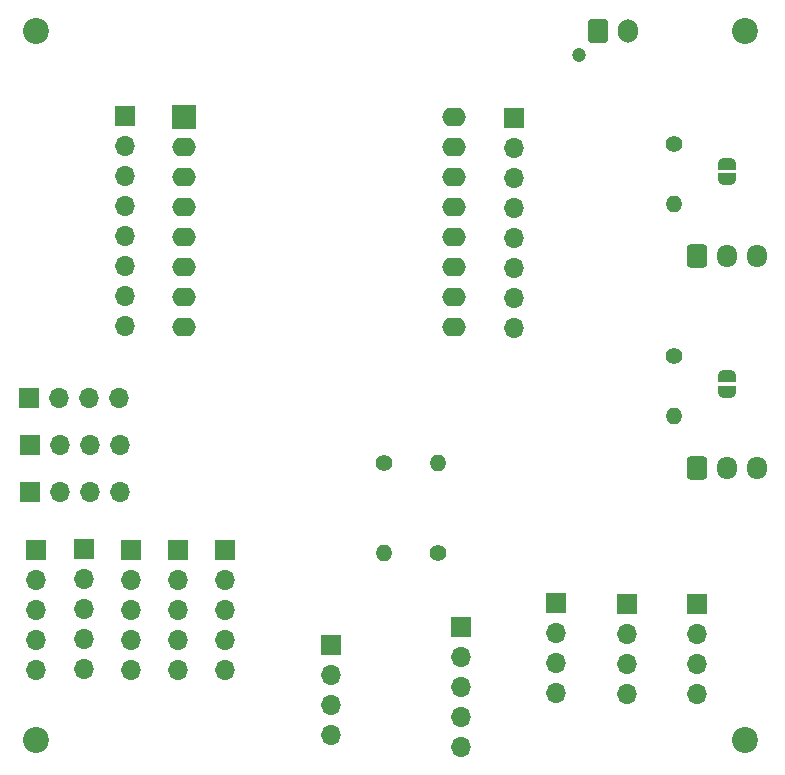
<source format=gbr>
%TF.GenerationSoftware,KiCad,Pcbnew,8.0.5*%
%TF.CreationDate,2024-10-07T23:19:43+02:00*%
%TF.ProjectId,D1 Breadboard,44312042-7265-4616-9462-6f6172642e6b,rev?*%
%TF.SameCoordinates,Original*%
%TF.FileFunction,Soldermask,Top*%
%TF.FilePolarity,Negative*%
%FSLAX46Y46*%
G04 Gerber Fmt 4.6, Leading zero omitted, Abs format (unit mm)*
G04 Created by KiCad (PCBNEW 8.0.5) date 2024-10-07 23:19:43*
%MOMM*%
%LPD*%
G01*
G04 APERTURE LIST*
G04 Aperture macros list*
%AMRoundRect*
0 Rectangle with rounded corners*
0 $1 Rounding radius*
0 $2 $3 $4 $5 $6 $7 $8 $9 X,Y pos of 4 corners*
0 Add a 4 corners polygon primitive as box body*
4,1,4,$2,$3,$4,$5,$6,$7,$8,$9,$2,$3,0*
0 Add four circle primitives for the rounded corners*
1,1,$1+$1,$2,$3*
1,1,$1+$1,$4,$5*
1,1,$1+$1,$6,$7*
1,1,$1+$1,$8,$9*
0 Add four rect primitives between the rounded corners*
20,1,$1+$1,$2,$3,$4,$5,0*
20,1,$1+$1,$4,$5,$6,$7,0*
20,1,$1+$1,$6,$7,$8,$9,0*
20,1,$1+$1,$8,$9,$2,$3,0*%
%AMFreePoly0*
4,1,19,0.500000,-0.750000,0.000000,-0.750000,0.000000,-0.744911,-0.071157,-0.744911,-0.207708,-0.704816,-0.327430,-0.627875,-0.420627,-0.520320,-0.479746,-0.390866,-0.500000,-0.250000,-0.500000,0.250000,-0.479746,0.390866,-0.420627,0.520320,-0.327430,0.627875,-0.207708,0.704816,-0.071157,0.744911,0.000000,0.744911,0.000000,0.750000,0.500000,0.750000,0.500000,-0.750000,0.500000,-0.750000,
$1*%
%AMFreePoly1*
4,1,19,0.000000,0.744911,0.071157,0.744911,0.207708,0.704816,0.327430,0.627875,0.420627,0.520320,0.479746,0.390866,0.500000,0.250000,0.500000,-0.250000,0.479746,-0.390866,0.420627,-0.520320,0.327430,-0.627875,0.207708,-0.704816,0.071157,-0.744911,0.000000,-0.744911,0.000000,-0.750000,-0.500000,-0.750000,-0.500000,0.750000,0.000000,0.750000,0.000000,0.744911,0.000000,0.744911,
$1*%
G04 Aperture macros list end*
%ADD10C,1.200000*%
%ADD11RoundRect,0.250000X-0.600000X-0.750000X0.600000X-0.750000X0.600000X0.750000X-0.600000X0.750000X0*%
%ADD12O,1.700000X2.000000*%
%ADD13R,1.700000X1.700000*%
%ADD14O,1.700000X1.700000*%
%ADD15FreePoly0,270.000000*%
%ADD16FreePoly1,270.000000*%
%ADD17C,2.200000*%
%ADD18R,2.000000X2.000000*%
%ADD19O,2.000000X1.600000*%
%ADD20C,1.400000*%
%ADD21O,1.400000X1.400000*%
%ADD22RoundRect,0.250000X-0.600000X-0.725000X0.600000X-0.725000X0.600000X0.725000X-0.600000X0.725000X0*%
%ADD23O,1.700000X1.950000*%
G04 APERTURE END LIST*
D10*
%TO.C,J18*%
X63000000Y-19000000D03*
D11*
X64600000Y-17000000D03*
D12*
X67100000Y-17000000D03*
%TD*%
D13*
%TO.C,J11*%
X53000000Y-67380000D03*
D14*
X53000000Y-69920000D03*
X53000000Y-72460000D03*
X53000000Y-75000000D03*
X53000000Y-77540000D03*
%TD*%
D15*
%TO.C,JP2*%
X75500000Y-28225000D03*
D16*
X75500000Y-29525000D03*
%TD*%
D13*
%TO.C,J14*%
X42000000Y-68920000D03*
D14*
X42000000Y-71460000D03*
X42000000Y-74000000D03*
X42000000Y-76540000D03*
%TD*%
D17*
%TO.C,REF\u002A\u002A*%
X17000000Y-17000000D03*
%TD*%
%TO.C,REF\u002A\u002A*%
X77000000Y-77000000D03*
%TD*%
D13*
%TO.C,J3*%
X16460000Y-52000000D03*
D14*
X19000000Y-52000000D03*
X21540000Y-52000000D03*
X24080000Y-52000000D03*
%TD*%
D15*
%TO.C,JP1*%
X75500000Y-46200000D03*
D16*
X75500000Y-47500000D03*
%TD*%
D13*
%TO.C,J7*%
X16380000Y-48000000D03*
D14*
X18920000Y-48000000D03*
X21460000Y-48000000D03*
X24000000Y-48000000D03*
%TD*%
D18*
%TO.C,U1*%
X29500000Y-24220000D03*
D19*
X29500000Y-26760000D03*
X29500000Y-29300000D03*
X29500000Y-31840000D03*
X29500000Y-34380000D03*
X29500000Y-36920000D03*
X29500000Y-39460000D03*
X29500000Y-42000000D03*
X52360000Y-42000000D03*
X52360000Y-39460000D03*
X52360000Y-36920000D03*
X52360000Y-34380000D03*
X52360000Y-31840000D03*
X52360000Y-29300000D03*
X52360000Y-26760000D03*
X52360000Y-24220000D03*
%TD*%
D20*
%TO.C,R4*%
X71000000Y-26525000D03*
D21*
X71000000Y-31605000D03*
%TD*%
D20*
%TO.C,R3*%
X71000000Y-44500000D03*
D21*
X71000000Y-49580000D03*
%TD*%
D13*
%TO.C,J4*%
X33035000Y-60885000D03*
D14*
X33035000Y-63425000D03*
X33035000Y-65965000D03*
X33035000Y-68505000D03*
X33035000Y-71045000D03*
%TD*%
D20*
%TO.C,R1*%
X46500000Y-53500000D03*
D21*
X46500000Y-61120000D03*
%TD*%
D13*
%TO.C,J8*%
X24500000Y-24125000D03*
D14*
X24500000Y-26665000D03*
X24500000Y-29205000D03*
X24500000Y-31745000D03*
X24500000Y-34285000D03*
X24500000Y-36825000D03*
X24500000Y-39365000D03*
X24500000Y-41905000D03*
%TD*%
%TO.C,J16*%
X67000000Y-73080000D03*
X67000000Y-70540000D03*
X67000000Y-68000000D03*
D13*
X67000000Y-65460000D03*
%TD*%
%TO.C,J9*%
X57500000Y-24340000D03*
D14*
X57500000Y-26880000D03*
X57500000Y-29420000D03*
X57500000Y-31960000D03*
X57500000Y-34500000D03*
X57500000Y-37040000D03*
X57500000Y-39580000D03*
X57500000Y-42120000D03*
%TD*%
%TO.C,J15*%
X61000000Y-73000000D03*
X61000000Y-70460000D03*
X61000000Y-67920000D03*
D13*
X61000000Y-65380000D03*
%TD*%
D14*
%TO.C,J10*%
X24080000Y-56000000D03*
X21540000Y-56000000D03*
X19000000Y-56000000D03*
D13*
X16460000Y-56000000D03*
%TD*%
D20*
%TO.C,R2*%
X51000000Y-61120000D03*
D21*
X51000000Y-53500000D03*
%TD*%
D17*
%TO.C,REF\u002A\u002A*%
X77000000Y-17000000D03*
%TD*%
D14*
%TO.C,J17*%
X73000000Y-73080000D03*
X73000000Y-70540000D03*
X73000000Y-68000000D03*
D13*
X73000000Y-65460000D03*
%TD*%
%TO.C,J1*%
X17035000Y-60920000D03*
D14*
X17035000Y-63460000D03*
X17035000Y-66000000D03*
X17035000Y-68540000D03*
X17035000Y-71080000D03*
%TD*%
D13*
%TO.C,J5*%
X21035000Y-60840000D03*
D14*
X21035000Y-63380000D03*
X21035000Y-65920000D03*
X21035000Y-68460000D03*
X21035000Y-71000000D03*
%TD*%
D13*
%TO.C,J6*%
X25035000Y-60920000D03*
D14*
X25035000Y-63460000D03*
X25035000Y-66000000D03*
X25035000Y-68540000D03*
X25035000Y-71080000D03*
%TD*%
D17*
%TO.C,REF\u002A\u002A*%
X17000000Y-77000000D03*
%TD*%
D22*
%TO.C,J13*%
X73000000Y-36000000D03*
D23*
X75500000Y-36000000D03*
X78000000Y-36000000D03*
%TD*%
D22*
%TO.C,J12*%
X73000000Y-54000000D03*
D23*
X75500000Y-54000000D03*
X78000000Y-54000000D03*
%TD*%
D13*
%TO.C,J2*%
X29035000Y-60920000D03*
D14*
X29035000Y-63460000D03*
X29035000Y-66000000D03*
X29035000Y-68540000D03*
X29035000Y-71080000D03*
%TD*%
M02*

</source>
